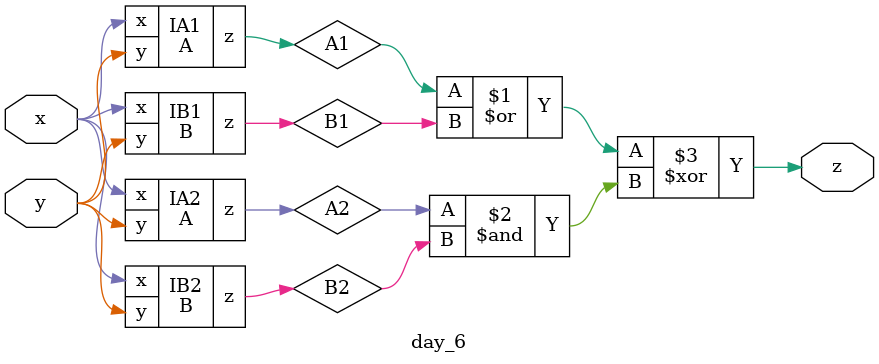
<source format=v>
`timescale 1ns / 1ps

module A(
input   x    ,
input   y    ,
output  z
             );
            
assign z=x&(x^y);
endmodule

//module B of day 5 
module B(

input     x   ,
input     y   ,
output    z
              );
                            
assign z=~(x^y);              
endmodule

module day_6(
input x,
input y,
output z
);
wire A1,B1,A2,B2;

//instatntiation of A module
A IA1(.z(A1),.x(x),.y(y));
//instatntiation of B 
B IB1(.z(B1),.x(x),.y(y));
//instatntiation of A module
A IA2(.z(A2),.x(x),.y(y));
//instatntiation of B 
B IB2(.z(B2),.x(x),.y(y));


assign z=(A1|B1)^(A2&B2);
endmodule

</source>
